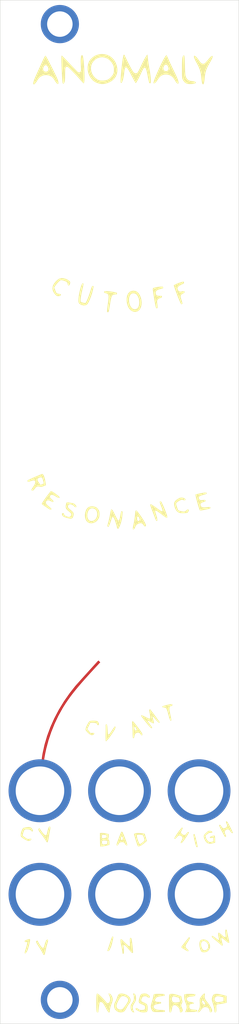
<source format=kicad_pcb>
(kicad_pcb (version 20211014) (generator pcbnew)
  (layers (0 "F.Cu" signal) (31 "B.Cu" signal) (34 "B.Paste" user) (35 "F.Paste" user) (36 "B.SilkS" user "B.Silkscreen") (37 "F.SilkS" user "F.Silkscreen") (38 "B.Mask" user) (39 "F.Mask" user) (44 "Edge.Cuts" user))
  (net 0 "")
  (footprint "user_panel_footprints:screwhole" (layer "F.Cu") (at -21.5 6.25)
    (fp_text reference "screwhole*" hide)
    (fp_text value "VAL**" hide)
    (pad "" thru_hole circle locked (at 0 0) (size 4.8 4.8) (drill 3.2) (layers *.Cu *.Mask))
  )
  (footprint "user_panel_footprints:screwhole" (layer "F.Cu") (at -21.5 -116.25)
    (fp_text reference "screwhole*" hide)
    (fp_text value "VAL**" hide)
    (pad "" thru_hole circle locked (at 0 0) (size 4.8 4.8) (drill 3.2) (layers *.Cu *.Mask))
  )
  (footprint "user_panel_footprints:jackhole" (layer "F.Cu") (at -24 -20)
    (fp_text reference "jackhole*" hide)
    (fp_text value "VAL**" hide)
    (pad "" thru_hole circle locked (at 0 0) (size 7.9 7.9) (drill 6.1) (layers *.Cu *.Mask))
  )
  (footprint "user_panel_footprints:jackhole" (layer "F.Cu") (at -14 -20)
    (fp_text reference "jackhole*" hide)
    (fp_text value "VAL**" hide)
    (pad "" thru_hole circle locked (at 0 0) (size 7.9 7.9) (drill 6.1) (layers *.Cu *.Mask))
  )
  (footprint "user_panel_footprints:jackhole" (layer "F.Cu") (at -4 -20)
    (fp_text reference "jackhole*" hide)
    (fp_text value "VAL**" hide)
    (pad "" thru_hole circle locked (at 0 0) (size 7.9 7.9) (drill 6.1) (layers *.Cu *.Mask))
  )
  (footprint "user_panel_footprints:jackhole" (layer "F.Cu") (at -14 -7)
    (fp_text reference "jackhole*" hide)
    (fp_text value "VAL**" hide)
    (pad "" thru_hole circle locked (at 0 0) (size 7.9 7.9) (drill 6.1) (layers *.Cu *.Mask))
  )
  (footprint "user_panel_footprints:jackhole" (layer "F.Cu") (at -4 -7)
    (fp_text reference "jackhole*" hide)
    (fp_text value "VAL**" hide)
    (pad "" thru_hole circle locked (at 0 0) (size 7.9 7.9) (drill 6.1) (layers *.Cu *.Mask))
  )
  (footprint "user_panel_footprints:jackhole" (layer "F.Cu") (at -24 -7)
    (fp_text reference "jackhole*" hide)
    (fp_text value "VAL**" hide)
    (pad "" thru_hole circle locked (at 0 0) (size 7.9 7.9) (drill 6.1) (layers *.Cu *.Mask))
  )
  (footprint "user_panel_footprints:pothole_locking_metal" (layer "F.Cu") (at -14 -39)
    (fp_text reference "REF**" hide)
    (fp_text value "VAL**" hide)
    (pad "" np_thru_hole oval locked (at 0 6) (size 2.3 1.2) (drill oval 2.3 1.2) (layers *.Cu *.Mask))
    (pad "" np_thru_hole circle locked (at 0 0) (size 7.5 7.5) (drill 7.5) (layers *.Cu *.Mask))
  )
  (footprint "user_panel_footprints:pothole_locking_metal" (layer "F.Cu") (at -14 -66.9775)
    (fp_text reference "REF**" hide)
    (fp_text value "VAL**" hide)
    (pad "" np_thru_hole oval locked (at 0 6) (size 2.3 1.2) (drill oval 2.3 1.2) (layers *.Cu *.Mask))
    (pad "" np_thru_hole circle locked (at 0 0) (size 7.5 7.5) (drill 7.5) (layers *.Cu *.Mask))
  )
  (footprint "user_panel_footprints:pothole_locking_metal" (layer "F.Cu") (at -14 -97)
    (fp_text reference "REF**" hide)
    (fp_text value "VAL**" hide)
    (pad "" np_thru_hole circle locked (at 0 0) (size 7.5 7.5) (drill 7.5) (layers *.Cu *.Mask))
    (pad "" np_thru_hole oval locked (at 0 6) (size 2.3 1.2) (drill oval 2.3 1.2) (layers *.Cu *.Mask))
  )
  (footprint "user-artwork:anomaly-gold" (layer "F.Cu") (at -14 -55)
    (fp_text reference "G***" hide)
    (fp_text value "LOGO" hide)
    (fp_poly (pts (xy -0.045885 16.082358) (xy -0.014917 16.175523) (xy -0.032017 16.236062) (xy -0.068969 16.282075) (xy -0.16021 16.386573) (xy -0.302458 16.545959) (xy -0.49243 16.756635) (xy -0.726846 17.015004) (xy -1.002423 17.317469) (xy -1.31588 17.660434) (xy -1.663935 18.0403) (xy -2.043306 18.45347) (xy -2.450713 18.896348) (xy -2.882872 19.365337) (xy -3.23438 19.746256) (xy -3.803926 20.36749) (xy -4.317151 20.937116) (xy -4.779284 21.461663) (xy -5.195556 21.947661) (xy -5.571196 22.401637) (xy -5.911434 22.830121) (xy -6.221501 23.239642) (xy -6.506625 23.636729) (xy -6.772037 24.027911) (xy -7.022967 24.419717) (xy -7.168956 24.658158) (xy -7.69217 25.598012) (xy -8.165459 26.593383) (xy -8.582225 27.627046) (xy -8.935869 28.681778) (xy -9.219793 29.740353) (xy -9.350636 30.353) (xy -9.381831 30.517383) (xy -9.40972 30.671763) (xy -9.435507 30.825531) (xy -9.460393 30.988082) (xy -9.485582 31.168809) (xy -9.512275 31.377105) (xy -9.541676 31.622364) (xy -9.574985 31.91398) (xy -9.613407 32.261344) (xy -9.658142 32.673852) (xy -9.710394 33.160896) (xy -9.712098 33.176832) (xy -9.752848 33.552937) (xy -9.79183 33.903314) (xy -9.827961 34.218905) (xy -9.860158 34.490654) (xy -9.887338 34.709504) (xy -9.908418 34.866397) (xy -9.922315 34.952277) (xy -9.925981 34.965415) (xy -9.988935 35.002341) (xy -10.082044 35.006344) (xy -10.161975 34.979539) (xy -10.184477 34.952805) (xy -10.188064 34.889509) (xy -10.181963 34.751723) (xy -10.167228 34.548939) (xy -10.144911 34.290649) (xy -10.116068 33.986347) (xy -10.08175 33.645524) (xy -10.043013 33.277673) (xy -10.00091 32.892286) (xy -9.956494 32.498855) (xy -9.910819 32.106874) (xy -9.864939 31.725833) (xy -9.819907 31.365227) (xy -9.776778 31.034546) (xy -9.736604 30.743284) (xy -9.70044 30.500932) (xy -9.670717 30.324426) (xy -9.421969 29.202889) (xy -9.090746 28.087515) (xy -8.679223 26.982796) (xy -8.189573 25.893224) (xy -7.623973 24.823291) (xy -6.984596 23.777489) (xy -6.273619 22.760311) (xy -5.585383 21.886334) (xy -5.51324 21.802634) (xy -5.389274 21.662375) (xy -5.218837 21.471441) (xy -5.007281 21.235721) (xy -4.759957 20.961099) (xy -4.482218 20.653462) (xy -4.179414 20.318697) (xy -3.856897 19.962689) (xy -3.52002 19.591325) (xy -3.174134 19.210491) (xy -2.82459 18.826073) (xy -2.476741 18.443958) (xy -2.135938 18.070031) (xy -1.807532 17.71018) (xy -1.496876 17.37029) (xy -1.209321 17.056248) (xy -0.950219 16.773939) (xy -0.724922 16.529251) (xy -0.538781 16.328068) (xy -0.397148 16.176279) (xy -0.317945 16.092767) (xy -0.216568 16.020737) (xy -0.136049 16.020295) (xy -0.045885 16.082358)) (layer "F.Cu") (width 0.01) (fill solid))
  )
  (footprint "user-artwork:anomaly-white" (layer "F.Cu") (at -14 -55)
    (fp_text reference "G***" hide)
    (fp_text value "LOGO" hide)
  )
  (footprint "user-artwork:anomaly-green" (layer "F.Cu") (at -14 -55)
    (fp_text reference "G***" hide)
    (fp_text value "LOGO" hide)
  )
  (footprint "user-artwork:anomaly-gold" (layer "F.Cu") (at -14 -55)
    (fp_text reference "G***" hide)
    (fp_text value "LOGO" hide)
  )
  (gr_line (start -29 -119.25) (end -29 9.25) (layer "Edge.Cuts") (width 0.05))
  (gr_line (start -29 9.25) (end 1 9.25) (layer "Edge.Cuts") (width 0.05))
  (gr_line (start 1 9.25) (end 1 -119.25) (layer "Edge.Cuts") (width 0.05))
  (gr_line (start 1 -119.25) (end -29 -119.25) (layer "Edge.Cuts") (width 0.05))
)
</source>
